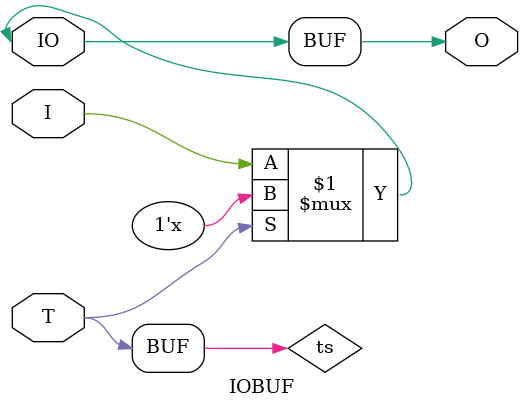
<source format=v>

`timescale  1 ps / 1 ps

`celldefine

module IOBUF (O, IO, I, T);

    parameter integer DRIVE = 12;
    parameter IBUF_LOW_PWR = "TRUE";
    parameter IOSTANDARD = "DEFAULT";
`ifdef XIL_TIMING

    parameter LOC = " UNPLACED";

`endif
    parameter SLEW = "SLOW";

    output O;
    inout  IO;
    input  I, T;

    wire ts;

    or O1 (ts,T);
    bufif0 T1 (IO, I, ts);

    buf B1 (O, IO);

endmodule

`endcelldefine

</source>
